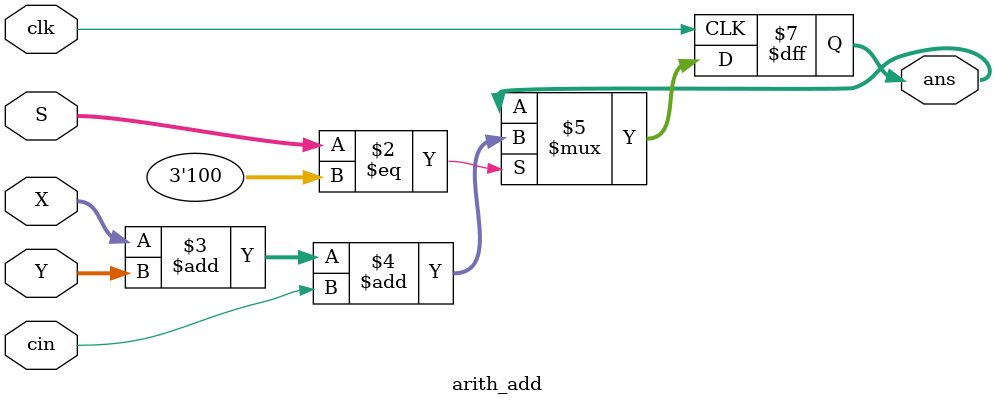
<source format=v>
module arith_add(
	input [7:0] X,
	input [7:0] Y,
	input [2:0] S,
	output reg[15:0] ans,
	input clk,
	input cin
);
always@(posedge clk)
	begin
		if(S==3'b100)
		begin
			ans<=X+Y+cin;
		end
	end
endmodule

</source>
